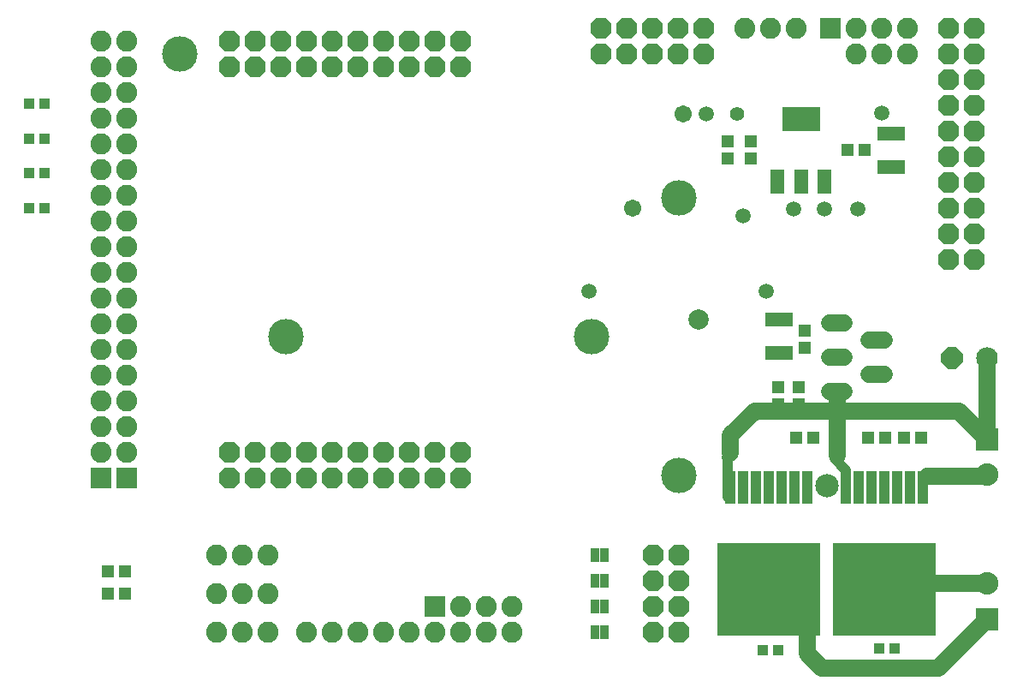
<source format=gts>
G75*
G70*
%OFA0B0*%
%FSLAX24Y24*%
%IPPOS*%
%LPD*%
%AMOC8*
5,1,8,0,0,1.08239X$1,22.5*
%
%ADD10C,0.0660*%
%ADD11C,0.0400*%
%ADD12R,0.0395X0.1261*%
%ADD13R,0.4017X0.3623*%
%ADD14R,0.0513X0.0474*%
%ADD15R,0.0395X0.0395*%
%ADD16R,0.0880X0.0880*%
%ADD17C,0.0880*%
%ADD18C,0.0840*%
%ADD19OC8,0.0840*%
%ADD20R,0.0330X0.0580*%
%ADD21OC8,0.0820*%
%ADD22R,0.0820X0.0820*%
%ADD23C,0.0820*%
%ADD24C,0.0674*%
%ADD25R,0.1064X0.0552*%
%ADD26R,0.0474X0.0513*%
%ADD27R,0.0560X0.0960*%
%ADD28R,0.1497X0.0946*%
%ADD29C,0.1380*%
%ADD30C,0.0595*%
%ADD31C,0.0907*%
%ADD32C,0.0674*%
%ADD33C,0.0789*%
%ADD34C,0.0556*%
D10*
X029703Y009111D02*
X029703Y009811D01*
X030653Y010761D01*
X038603Y010761D01*
X039703Y009661D01*
X039703Y012811D01*
X033853Y011511D02*
X033853Y009011D01*
X037353Y008211D02*
X039603Y008211D01*
X039703Y008311D01*
X039753Y004061D02*
X037753Y004061D01*
X039703Y002661D02*
X037803Y000761D01*
X033253Y000761D01*
X032703Y001311D01*
X032703Y002011D01*
D11*
X029603Y007411D02*
X029603Y008911D01*
X029553Y008961D01*
X033753Y008911D02*
X034203Y008461D01*
D12*
X034203Y007786D03*
X034703Y007786D03*
X035203Y007786D03*
X035703Y007786D03*
X036203Y007786D03*
X036703Y007786D03*
X037203Y007786D03*
X032703Y007786D03*
X032203Y007786D03*
X031703Y007786D03*
X031203Y007786D03*
X030703Y007786D03*
X030203Y007786D03*
X029703Y007786D03*
D13*
X031203Y003809D03*
X035703Y003809D03*
D14*
X005469Y003661D03*
X006138Y003661D03*
X006138Y004511D03*
X005469Y004511D03*
X032269Y009711D03*
X032938Y009711D03*
X035069Y009711D03*
X035738Y009711D03*
X036469Y009711D03*
X037138Y009711D03*
X034938Y020911D03*
X034269Y020911D03*
D15*
X035508Y001511D03*
X036099Y001511D03*
X031549Y001461D03*
X030958Y001461D03*
X002999Y018661D03*
X002408Y018661D03*
X002408Y020011D03*
X002999Y020011D03*
X002999Y021361D03*
X002408Y021361D03*
X002408Y022711D03*
X002999Y022711D03*
D16*
X039703Y009661D03*
X039703Y002661D03*
D17*
X039703Y004039D03*
X039703Y008283D03*
D18*
X039703Y012811D03*
D19*
X038328Y012811D03*
D20*
X024780Y005161D03*
X024426Y005161D03*
X024426Y004161D03*
X024780Y004161D03*
X024780Y003161D03*
X024426Y003161D03*
X024426Y002161D03*
X024780Y002161D03*
D21*
X026703Y002161D03*
X027703Y002161D03*
X027703Y003161D03*
X026703Y003161D03*
X026703Y004161D03*
X026703Y005161D03*
X027703Y005161D03*
X027703Y004161D03*
X019203Y008161D03*
X018203Y008161D03*
X017203Y008161D03*
X016203Y008161D03*
X015203Y008161D03*
X014203Y008161D03*
X013203Y008161D03*
X012203Y008161D03*
X011203Y008161D03*
X010203Y008161D03*
X010203Y009161D03*
X011203Y009161D03*
X012203Y009161D03*
X013203Y009161D03*
X014203Y009161D03*
X015203Y009161D03*
X016203Y009161D03*
X017203Y009161D03*
X018203Y009161D03*
X019203Y009161D03*
X038203Y016661D03*
X039203Y016661D03*
X039203Y017661D03*
X038203Y017661D03*
X038203Y018661D03*
X038203Y019661D03*
X039203Y019661D03*
X039203Y018661D03*
X039203Y020661D03*
X038203Y020661D03*
X038203Y021661D03*
X038203Y022661D03*
X039203Y022661D03*
X039203Y021661D03*
X039203Y023661D03*
X038203Y023661D03*
X038203Y024661D03*
X038203Y025661D03*
X039203Y025661D03*
X039203Y024661D03*
X028653Y024661D03*
X027653Y024661D03*
X026653Y024661D03*
X025653Y024661D03*
X024653Y024661D03*
X024653Y025661D03*
X025653Y025661D03*
X026653Y025661D03*
X027653Y025661D03*
X028653Y025661D03*
X019203Y025161D03*
X018203Y025161D03*
X017203Y025161D03*
X016203Y025161D03*
X015203Y025161D03*
X014203Y025161D03*
X013203Y025161D03*
X012203Y025161D03*
X011203Y025161D03*
X010203Y025161D03*
X010203Y024161D03*
X011203Y024161D03*
X012203Y024161D03*
X013203Y024161D03*
X014203Y024161D03*
X015203Y024161D03*
X016203Y024161D03*
X017203Y024161D03*
X018203Y024161D03*
X019203Y024161D03*
D22*
X033603Y025661D03*
X006203Y008161D03*
X005203Y008161D03*
X018203Y003161D03*
D23*
X019203Y003161D03*
X020203Y003161D03*
X021203Y003161D03*
X021203Y002161D03*
X020203Y002161D03*
X019203Y002161D03*
X018203Y002161D03*
X017203Y002161D03*
X016203Y002161D03*
X015203Y002161D03*
X014203Y002161D03*
X013203Y002161D03*
X011703Y002161D03*
X010703Y002161D03*
X009703Y002161D03*
X009703Y003661D03*
X010703Y003661D03*
X011703Y003661D03*
X011703Y005161D03*
X010703Y005161D03*
X009703Y005161D03*
X006203Y009161D03*
X005203Y009161D03*
X005203Y010161D03*
X005203Y011161D03*
X006203Y011161D03*
X006203Y010161D03*
X006203Y012161D03*
X005203Y012161D03*
X005203Y013161D03*
X005203Y014161D03*
X006203Y014161D03*
X006203Y013161D03*
X006203Y015161D03*
X005203Y015161D03*
X005203Y016161D03*
X005203Y017161D03*
X006203Y017161D03*
X006203Y016161D03*
X006203Y018161D03*
X005203Y018161D03*
X005203Y019161D03*
X005203Y020161D03*
X006203Y020161D03*
X006203Y019161D03*
X006203Y021161D03*
X005203Y021161D03*
X005203Y022161D03*
X005203Y023161D03*
X006203Y023161D03*
X006203Y022161D03*
X006203Y024161D03*
X005203Y024161D03*
X005203Y025161D03*
X006203Y025161D03*
X030253Y025661D03*
X031253Y025661D03*
X032253Y025661D03*
X034603Y025661D03*
X035603Y025661D03*
X036603Y025661D03*
X036603Y024661D03*
X035603Y024661D03*
X034603Y024661D03*
D24*
X034143Y014200D02*
X033549Y014200D01*
X033549Y012861D02*
X034143Y012861D01*
X035084Y012192D02*
X035679Y012192D01*
X034143Y011523D02*
X033549Y011523D01*
X035084Y013531D02*
X035679Y013531D01*
D25*
X031603Y013012D03*
X031603Y014311D03*
X035953Y020262D03*
X035953Y021561D03*
D26*
X030503Y021246D03*
X030503Y020577D03*
X029603Y020577D03*
X029603Y021246D03*
X032603Y013896D03*
X032603Y013227D03*
X032353Y011696D03*
X032353Y011027D03*
X031553Y011027D03*
X031553Y011696D03*
D27*
X031543Y019691D03*
X032453Y019691D03*
X033363Y019691D03*
D28*
X032453Y022131D03*
D29*
X027703Y019061D03*
X024303Y013661D03*
X027703Y008261D03*
X012403Y013661D03*
X008253Y024661D03*
D30*
X024203Y015411D03*
X030203Y018361D03*
X032153Y018611D03*
X033353Y018611D03*
X034653Y018611D03*
X031103Y015411D03*
X028753Y022311D03*
X035603Y022361D03*
D31*
X033453Y007861D03*
D32*
X025903Y018661D03*
X027853Y022311D03*
D33*
X028453Y014311D03*
D34*
X029953Y022311D03*
M02*

</source>
